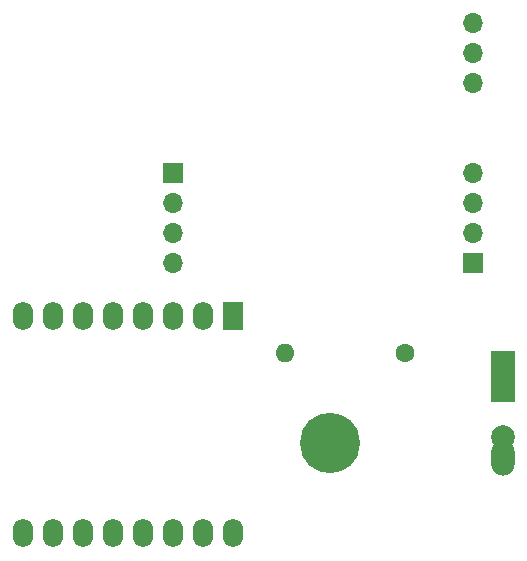
<source format=gbs>
G04 #@! TF.GenerationSoftware,KiCad,Pcbnew,8.0.2*
G04 #@! TF.CreationDate,2024-05-19T16:48:41+02:00*
G04 #@! TF.ProjectId,BulkyModem Module Audio,42756c6b-794d-46f6-9465-6d204d6f6475,rev?*
G04 #@! TF.SameCoordinates,Original*
G04 #@! TF.FileFunction,Soldermask,Bot*
G04 #@! TF.FilePolarity,Negative*
%FSLAX46Y46*%
G04 Gerber Fmt 4.6, Leading zero omitted, Abs format (unit mm)*
G04 Created by KiCad (PCBNEW 8.0.2) date 2024-05-19 16:48:41*
%MOMM*%
%LPD*%
G01*
G04 APERTURE LIST*
%ADD10C,5.100000*%
%ADD11R,1.700000X2.400000*%
%ADD12O,1.700000X2.400000*%
%ADD13R,1.700000X1.700000*%
%ADD14O,1.700000X1.700000*%
%ADD15R,2.000000X3.000000*%
%ADD16R,2.000000X2.000000*%
%ADD17C,2.000000*%
%ADD18O,2.000000X3.000000*%
%ADD19C,1.600000*%
%ADD20O,1.600000X1.600000*%
G04 APERTURE END LIST*
D10*
X148710000Y-115864000D03*
D11*
X140455000Y-105069000D03*
D12*
X137915000Y-105069000D03*
X135375000Y-105069000D03*
X132835000Y-105069000D03*
X130295000Y-105069000D03*
X127755000Y-105069000D03*
X125215000Y-105069000D03*
X122675000Y-105069000D03*
X122675000Y-123484000D03*
X125215000Y-123484000D03*
X127755000Y-123484000D03*
X130295000Y-123484000D03*
X132835000Y-123484000D03*
X135375000Y-123484000D03*
X137915000Y-123484000D03*
X140455000Y-123484000D03*
D13*
X135375000Y-93004000D03*
D14*
X135375000Y-95544000D03*
X135375000Y-98084000D03*
X135375000Y-100624000D03*
X160775000Y-85384000D03*
X160775000Y-82844000D03*
X160775000Y-80304000D03*
D13*
X160775000Y-100624000D03*
D14*
X160775000Y-98084000D03*
X160775000Y-95544000D03*
X160775000Y-93004000D03*
D15*
X163315000Y-109514000D03*
D16*
X163315000Y-111324000D03*
D17*
X163315000Y-115304000D03*
D18*
X163315000Y-117114000D03*
D19*
X155060000Y-108244000D03*
D20*
X144900000Y-108244000D03*
M02*

</source>
